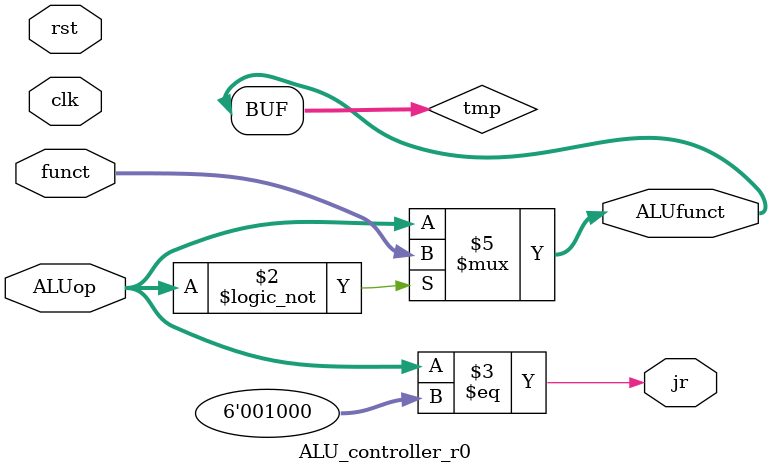
<source format=v>
/*
DESCRIPTION

NOTES

TODO

*/

module ALU_controller_r0 #(
	parameter FUNCT_WIDTH = 6,
	parameter ALUOP_WIDTH = 6,
	parameter ALUFUNCT_WIDTH = 6,
	parameter DELAY = 0
)(
	input  clk,
	input  rst,
	input  [FUNCT_WIDTH-1:0] funct,
	input  [ALUOP_WIDTH-1:0] ALUop,
	output [ALUFUNCT_WIDTH - 1:0] ALUfunct,
	output jr
);

/**********
 * Internal Signals
**********/

reg [ALUFUNCT_WIDTH - 1:0] tmp;

/**********
 * Glue Logic 
 **********/
 
 always @(funct, ALUop) begin

	if(ALUop == {ALUOP_WIDTH{1'b0}}) begin
		tmp <= funct;
	end else begin
		tmp <= ALUop;
	end

end
 
/**********
 * Synchronous Logic
 **********/
/**********
 * Glue Logic 
 **********/
/**********
 * Components
 **********/
/**********
 * Output Combinatorial Logic
 **********/
 
 assign ALUfunct = tmp;
 assign jr = (ALUop == 6'h08);
 
endmodule

</source>
